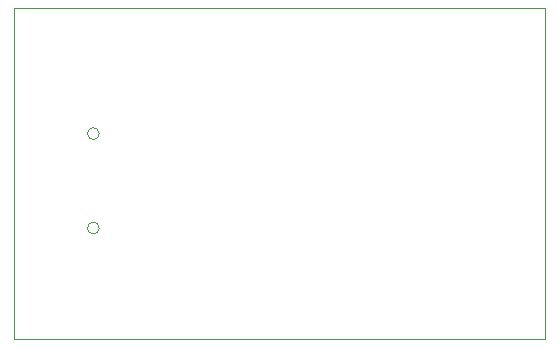
<source format=gm1>
%TF.GenerationSoftware,KiCad,Pcbnew,6.0.7*%
%TF.CreationDate,2022-09-21T21:00:50-05:00*%
%TF.ProjectId,keyboardPCBv2,6b657962-6f61-4726-9450-434276322e6b,rev?*%
%TF.SameCoordinates,Original*%
%TF.FileFunction,Profile,NP*%
%FSLAX46Y46*%
G04 Gerber Fmt 4.6, Leading zero omitted, Abs format (unit mm)*
G04 Created by KiCad (PCBNEW 6.0.7) date 2022-09-21 21:00:50*
%MOMM*%
%LPD*%
G01*
G04 APERTURE LIST*
%TA.AperFunction,Profile*%
%ADD10C,0.100000*%
%TD*%
%TA.AperFunction,Profile*%
%ADD11C,0.120000*%
%TD*%
G04 APERTURE END LIST*
D10*
X33932500Y-58000000D02*
X78932500Y-58000000D01*
X78932500Y-58000000D02*
X78932500Y-30000000D01*
X78932500Y-30000000D02*
X33932500Y-30000000D01*
X33932500Y-30000000D02*
X33932500Y-58000000D01*
D11*
%TO.C,U1*%
X41154500Y-48600000D02*
G75*
G03*
X41154500Y-48600000I-500000J0D01*
G01*
X41154500Y-40600000D02*
G75*
G03*
X41154500Y-40600000I-500000J0D01*
G01*
%TD*%
M02*

</source>
